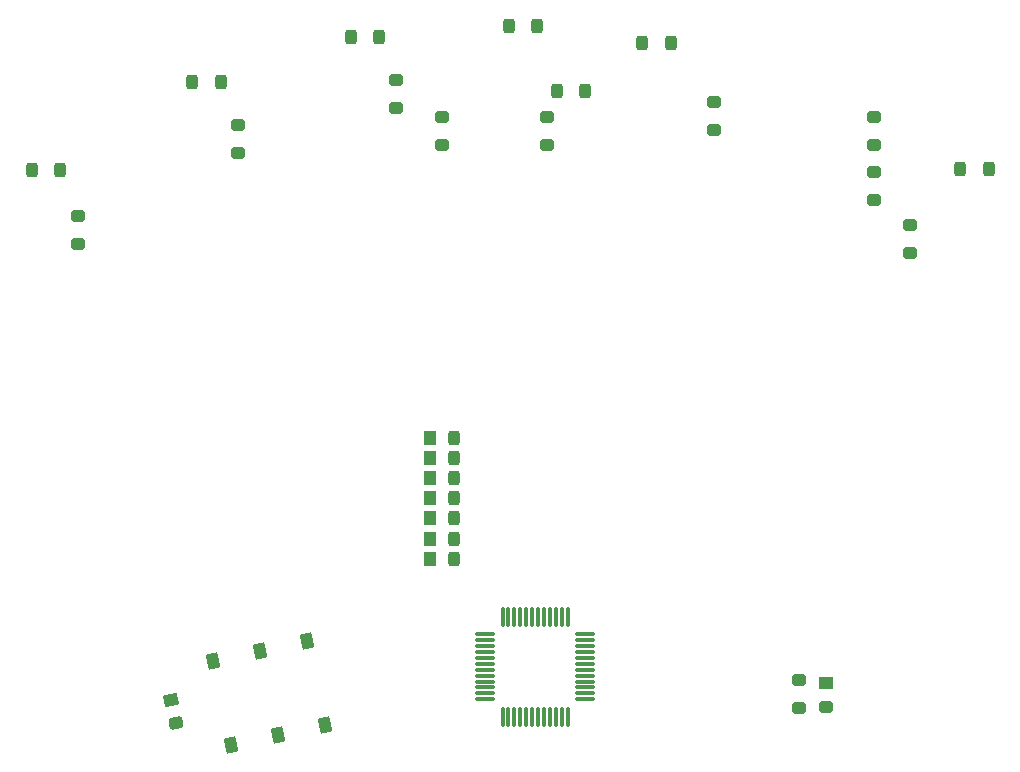
<source format=gtp>
G04*
G04 #@! TF.GenerationSoftware,Altium Limited,Altium Designer,23.1.1 (15)*
G04*
G04 Layer_Color=8421504*
%FSAX25Y25*%
%MOIN*%
G70*
G04*
G04 #@! TF.SameCoordinates,B82E7E18-3205-491C-BA0E-7F24CF85224E*
G04*
G04*
G04 #@! TF.FilePolarity,Positive*
G04*
G01*
G75*
G04:AMPARAMS|DCode=23|XSize=39.37mil|YSize=47.24mil|CornerRadius=9.84mil|HoleSize=0mil|Usage=FLASHONLY|Rotation=270.000|XOffset=0mil|YOffset=0mil|HoleType=Round|Shape=RoundedRectangle|*
%AMROUNDEDRECTD23*
21,1,0.03937,0.02756,0,0,270.0*
21,1,0.01968,0.04724,0,0,270.0*
1,1,0.01968,-0.01378,-0.00984*
1,1,0.01968,-0.01378,0.00984*
1,1,0.01968,0.01378,0.00984*
1,1,0.01968,0.01378,-0.00984*
%
%ADD23ROUNDEDRECTD23*%
%ADD24R,0.04724X0.03937*%
G04:AMPARAMS|DCode=25|XSize=39.37mil|YSize=47.24mil|CornerRadius=9.84mil|HoleSize=0mil|Usage=FLASHONLY|Rotation=0.000|XOffset=0mil|YOffset=0mil|HoleType=Round|Shape=RoundedRectangle|*
%AMROUNDEDRECTD25*
21,1,0.03937,0.02756,0,0,0.0*
21,1,0.01968,0.04724,0,0,0.0*
1,1,0.01968,0.00984,-0.01378*
1,1,0.01968,-0.00984,-0.01378*
1,1,0.01968,-0.00984,0.01378*
1,1,0.01968,0.00984,0.01378*
%
%ADD25ROUNDEDRECTD25*%
%ADD26R,0.03937X0.04724*%
G04:AMPARAMS|DCode=27|XSize=51.18mil|YSize=39.37mil|CornerRadius=0mil|HoleSize=0mil|Usage=FLASHONLY|Rotation=102.000|XOffset=0mil|YOffset=0mil|HoleType=Round|Shape=Rectangle|*
%AMROTATEDRECTD27*
4,1,4,0.02458,-0.02094,-0.01393,-0.02912,-0.02458,0.02094,0.01393,0.02912,0.02458,-0.02094,0.0*
%
%ADD27ROTATEDRECTD27*%

%ADD28O,0.01181X0.07087*%
%ADD29O,0.07087X0.01181*%
G04:AMPARAMS|DCode=30|XSize=39.37mil|YSize=47.24mil|CornerRadius=0mil|HoleSize=0mil|Usage=FLASHONLY|Rotation=282.000|XOffset=0mil|YOffset=0mil|HoleType=Round|Shape=Rectangle|*
%AMROTATEDRECTD30*
4,1,4,-0.02720,0.01434,0.01901,0.02417,0.02720,-0.01434,-0.01901,-0.02417,-0.02720,0.01434,0.0*
%
%ADD30ROTATEDRECTD30*%

G04:AMPARAMS|DCode=31|XSize=39.37mil|YSize=47.24mil|CornerRadius=9.84mil|HoleSize=0mil|Usage=FLASHONLY|Rotation=282.000|XOffset=0mil|YOffset=0mil|HoleType=Round|Shape=RoundedRectangle|*
%AMROUNDEDRECTD31*
21,1,0.03937,0.02756,0,0,282.0*
21,1,0.01968,0.04724,0,0,282.0*
1,1,0.01968,-0.01143,-0.01249*
1,1,0.01968,-0.01553,0.00676*
1,1,0.01968,0.01143,0.01249*
1,1,0.01968,0.01553,-0.00676*
%
%ADD31ROUNDEDRECTD31*%
D23*
X0292000Y0125063D02*
D03*
X0283000Y0134187D02*
D03*
Y0124813D02*
D03*
X0199000Y0321724D02*
D03*
Y0312350D02*
D03*
X0148500Y0324813D02*
D03*
Y0334187D02*
D03*
X0096000Y0309813D02*
D03*
Y0319187D02*
D03*
X0042500Y0279313D02*
D03*
Y0288687D02*
D03*
X0164000Y0312350D02*
D03*
Y0321724D02*
D03*
X0320000Y0276313D02*
D03*
Y0285687D02*
D03*
X0308000Y0321687D02*
D03*
Y0312313D02*
D03*
Y0294000D02*
D03*
Y0303374D02*
D03*
X0254500Y0317313D02*
D03*
Y0326687D02*
D03*
D24*
X0292000Y0132937D02*
D03*
D25*
X0167921Y0181215D02*
D03*
Y0174500D02*
D03*
Y0187930D02*
D03*
Y0194646D02*
D03*
Y0201361D02*
D03*
Y0208076D02*
D03*
Y0214791D02*
D03*
X0186313Y0352000D02*
D03*
X0195687D02*
D03*
X0202313Y0330500D02*
D03*
X0211687D02*
D03*
X0133626Y0348500D02*
D03*
X0143000D02*
D03*
X0080813Y0333500D02*
D03*
X0090187D02*
D03*
X0027313Y0304000D02*
D03*
X0036687D02*
D03*
X0346187Y0304500D02*
D03*
X0336813D02*
D03*
X0240187Y0346500D02*
D03*
X0230813D02*
D03*
D26*
X0160047Y0181215D02*
D03*
Y0174500D02*
D03*
Y0187930D02*
D03*
Y0194646D02*
D03*
Y0201361D02*
D03*
Y0208076D02*
D03*
Y0214791D02*
D03*
D27*
X0109339Y0115864D02*
D03*
X0124875Y0119242D02*
D03*
X0118937Y0147177D02*
D03*
X0087799Y0140402D02*
D03*
X0093737Y0112467D02*
D03*
X0103402Y0143799D02*
D03*
D28*
X0205827Y0121768D02*
D03*
X0203858D02*
D03*
X0201890D02*
D03*
X0199921D02*
D03*
X0197953D02*
D03*
X0195984D02*
D03*
X0194016D02*
D03*
X0192047D02*
D03*
X0190079D02*
D03*
X0188110D02*
D03*
X0186142D02*
D03*
X0184173D02*
D03*
Y0155232D02*
D03*
X0186142D02*
D03*
X0188110D02*
D03*
X0190079D02*
D03*
X0192047D02*
D03*
X0194016D02*
D03*
X0195984D02*
D03*
X0197953D02*
D03*
X0199921D02*
D03*
X0201890D02*
D03*
X0203858D02*
D03*
X0205827D02*
D03*
D29*
X0178268Y0127673D02*
D03*
Y0129642D02*
D03*
Y0131610D02*
D03*
Y0133579D02*
D03*
Y0135547D02*
D03*
Y0137516D02*
D03*
Y0139484D02*
D03*
Y0141453D02*
D03*
Y0143421D02*
D03*
Y0145390D02*
D03*
Y0147358D02*
D03*
Y0149327D02*
D03*
X0211732D02*
D03*
Y0147358D02*
D03*
Y0145390D02*
D03*
Y0143421D02*
D03*
Y0141453D02*
D03*
Y0139484D02*
D03*
Y0137516D02*
D03*
Y0135547D02*
D03*
Y0133579D02*
D03*
Y0131610D02*
D03*
Y0129642D02*
D03*
Y0127673D02*
D03*
D30*
X0073681Y0127351D02*
D03*
D31*
X0075319Y0119649D02*
D03*
M02*

</source>
